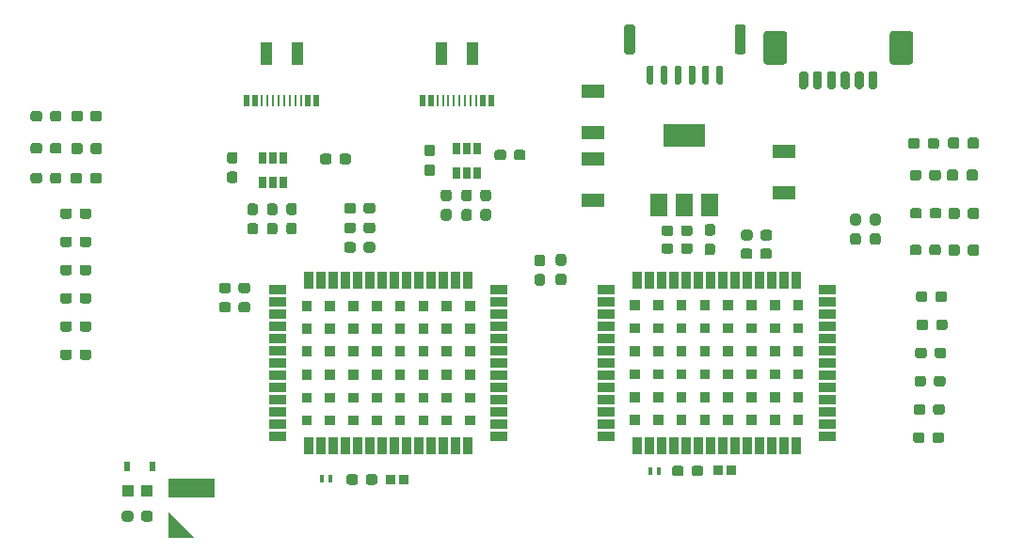
<source format=gbr>
%TF.GenerationSoftware,KiCad,Pcbnew,(5.1.6)-1*%
%TF.CreationDate,2020-10-07T18:58:12+07:00*%
%TF.ProjectId,ublox ZED-F9P (Full feature),75626c6f-7820-45a4-9544-2d4639502028,V1*%
%TF.SameCoordinates,Original*%
%TF.FileFunction,Paste,Top*%
%TF.FilePolarity,Positive*%
%FSLAX46Y46*%
G04 Gerber Fmt 4.6, Leading zero omitted, Abs format (unit mm)*
G04 Created by KiCad (PCBNEW (5.1.6)-1) date 2020-10-07 18:58:12*
%MOMM*%
%LPD*%
G01*
G04 APERTURE LIST*
%ADD10C,0.100000*%
%ADD11R,1.100000X1.000000*%
%ADD12R,2.000000X1.250000*%
%ADD13R,1.000000X2.000000*%
%ADD14R,0.270000X1.000000*%
%ADD15R,0.520000X1.000000*%
%ADD16R,0.650000X1.060000*%
%ADD17R,1.520000X0.850000*%
%ADD18R,0.850000X1.520000*%
%ADD19R,1.500000X2.000000*%
%ADD20R,3.800000X2.000000*%
%ADD21R,0.400000X0.700000*%
%ADD22R,0.630000X0.830000*%
%ADD23R,0.850000X0.900000*%
G04 APERTURE END LIST*
D10*
%TO.C,U4*%
G36*
X182904000Y-80375200D02*
G01*
X183804000Y-80375200D01*
X183804000Y-79475200D01*
X182904000Y-79475200D01*
X182904000Y-80375200D01*
G37*
G36*
X180804000Y-80375200D02*
G01*
X181704000Y-80375200D01*
X181704000Y-79475200D01*
X180804000Y-79475200D01*
X180804000Y-80375200D01*
G37*
G36*
X178704000Y-80375200D02*
G01*
X179604000Y-80375200D01*
X179604000Y-79475200D01*
X178704000Y-79475200D01*
X178704000Y-80375200D01*
G37*
G36*
X176604000Y-80375200D02*
G01*
X177504000Y-80375200D01*
X177504000Y-79475200D01*
X176604000Y-79475200D01*
X176604000Y-80375200D01*
G37*
G36*
X182904000Y-78325200D02*
G01*
X183804000Y-78325200D01*
X183804000Y-77425200D01*
X182904000Y-77425200D01*
X182904000Y-78325200D01*
G37*
G36*
X180804000Y-78325200D02*
G01*
X181704000Y-78325200D01*
X181704000Y-77425200D01*
X180804000Y-77425200D01*
X180804000Y-78325200D01*
G37*
G36*
X178704000Y-78325200D02*
G01*
X179604000Y-78325200D01*
X179604000Y-77425200D01*
X178704000Y-77425200D01*
X178704000Y-78325200D01*
G37*
G36*
X176604000Y-78325200D02*
G01*
X177504000Y-78325200D01*
X177504000Y-77425200D01*
X176604000Y-77425200D01*
X176604000Y-78325200D01*
G37*
G36*
X182904000Y-76275200D02*
G01*
X183804000Y-76275200D01*
X183804000Y-75375200D01*
X182904000Y-75375200D01*
X182904000Y-76275200D01*
G37*
G36*
X180804000Y-76275200D02*
G01*
X181704000Y-76275200D01*
X181704000Y-75375200D01*
X180804000Y-75375200D01*
X180804000Y-76275200D01*
G37*
G36*
X178704000Y-76275200D02*
G01*
X179604000Y-76275200D01*
X179604000Y-75375200D01*
X178704000Y-75375200D01*
X178704000Y-76275200D01*
G37*
G36*
X176604000Y-76275200D02*
G01*
X177504000Y-76275200D01*
X177504000Y-75375200D01*
X176604000Y-75375200D01*
X176604000Y-76275200D01*
G37*
G36*
X182904000Y-86575200D02*
G01*
X183804000Y-86575200D01*
X183804000Y-85675200D01*
X182904000Y-85675200D01*
X182904000Y-86575200D01*
G37*
G36*
X180804000Y-86575200D02*
G01*
X181704000Y-86575200D01*
X181704000Y-85675200D01*
X180804000Y-85675200D01*
X180804000Y-86575200D01*
G37*
G36*
X178704000Y-86575200D02*
G01*
X179604000Y-86575200D01*
X179604000Y-85675200D01*
X178704000Y-85675200D01*
X178704000Y-86575200D01*
G37*
G36*
X176604000Y-86575200D02*
G01*
X177504000Y-86575200D01*
X177504000Y-85675200D01*
X176604000Y-85675200D01*
X176604000Y-86575200D01*
G37*
G36*
X182904000Y-84525200D02*
G01*
X183804000Y-84525200D01*
X183804000Y-83625200D01*
X182904000Y-83625200D01*
X182904000Y-84525200D01*
G37*
G36*
X180804000Y-84525200D02*
G01*
X181704000Y-84525200D01*
X181704000Y-83625200D01*
X180804000Y-83625200D01*
X180804000Y-84525200D01*
G37*
G36*
X178704000Y-84525200D02*
G01*
X179604000Y-84525200D01*
X179604000Y-83625200D01*
X178704000Y-83625200D01*
X178704000Y-84525200D01*
G37*
G36*
X176604000Y-84525200D02*
G01*
X177504000Y-84525200D01*
X177504000Y-83625200D01*
X176604000Y-83625200D01*
X176604000Y-84525200D01*
G37*
G36*
X182904000Y-82475200D02*
G01*
X183804000Y-82475200D01*
X183804000Y-81575200D01*
X182904000Y-81575200D01*
X182904000Y-82475200D01*
G37*
G36*
X180804000Y-82475200D02*
G01*
X181704000Y-82475200D01*
X181704000Y-81575200D01*
X180804000Y-81575200D01*
X180804000Y-82475200D01*
G37*
G36*
X178704000Y-82475200D02*
G01*
X179604000Y-82475200D01*
X179604000Y-81575200D01*
X178704000Y-81575200D01*
X178704000Y-82475200D01*
G37*
G36*
X176604000Y-82475200D02*
G01*
X177504000Y-82475200D01*
X177504000Y-81575200D01*
X176604000Y-81575200D01*
X176604000Y-82475200D01*
G37*
G36*
X191304000Y-80375200D02*
G01*
X192204000Y-80375200D01*
X192204000Y-79475200D01*
X191304000Y-79475200D01*
X191304000Y-80375200D01*
G37*
G36*
X189204000Y-80375200D02*
G01*
X190104000Y-80375200D01*
X190104000Y-79475200D01*
X189204000Y-79475200D01*
X189204000Y-80375200D01*
G37*
G36*
X187104000Y-80375200D02*
G01*
X188004000Y-80375200D01*
X188004000Y-79475200D01*
X187104000Y-79475200D01*
X187104000Y-80375200D01*
G37*
G36*
X185004000Y-80375200D02*
G01*
X185904000Y-80375200D01*
X185904000Y-79475200D01*
X185004000Y-79475200D01*
X185004000Y-80375200D01*
G37*
G36*
X191304000Y-78325200D02*
G01*
X192204000Y-78325200D01*
X192204000Y-77425200D01*
X191304000Y-77425200D01*
X191304000Y-78325200D01*
G37*
G36*
X189204000Y-78325200D02*
G01*
X190104000Y-78325200D01*
X190104000Y-77425200D01*
X189204000Y-77425200D01*
X189204000Y-78325200D01*
G37*
G36*
X187104000Y-78325200D02*
G01*
X188004000Y-78325200D01*
X188004000Y-77425200D01*
X187104000Y-77425200D01*
X187104000Y-78325200D01*
G37*
G36*
X185004000Y-78325200D02*
G01*
X185904000Y-78325200D01*
X185904000Y-77425200D01*
X185004000Y-77425200D01*
X185004000Y-78325200D01*
G37*
G36*
X191304000Y-76275200D02*
G01*
X192204000Y-76275200D01*
X192204000Y-75375200D01*
X191304000Y-75375200D01*
X191304000Y-76275200D01*
G37*
G36*
X189204000Y-76275200D02*
G01*
X190104000Y-76275200D01*
X190104000Y-75375200D01*
X189204000Y-75375200D01*
X189204000Y-76275200D01*
G37*
G36*
X187104000Y-76275200D02*
G01*
X188004000Y-76275200D01*
X188004000Y-75375200D01*
X187104000Y-75375200D01*
X187104000Y-76275200D01*
G37*
G36*
X185004000Y-76275200D02*
G01*
X185904000Y-76275200D01*
X185904000Y-75375200D01*
X185004000Y-75375200D01*
X185004000Y-76275200D01*
G37*
G36*
X191304000Y-86575200D02*
G01*
X192204000Y-86575200D01*
X192204000Y-85675200D01*
X191304000Y-85675200D01*
X191304000Y-86575200D01*
G37*
G36*
X189204000Y-86575200D02*
G01*
X190104000Y-86575200D01*
X190104000Y-85675200D01*
X189204000Y-85675200D01*
X189204000Y-86575200D01*
G37*
G36*
X187104000Y-86575200D02*
G01*
X188004000Y-86575200D01*
X188004000Y-85675200D01*
X187104000Y-85675200D01*
X187104000Y-86575200D01*
G37*
G36*
X185004000Y-86575200D02*
G01*
X185904000Y-86575200D01*
X185904000Y-85675200D01*
X185004000Y-85675200D01*
X185004000Y-86575200D01*
G37*
G36*
X191304000Y-84525200D02*
G01*
X192204000Y-84525200D01*
X192204000Y-83625200D01*
X191304000Y-83625200D01*
X191304000Y-84525200D01*
G37*
G36*
X189204000Y-84525200D02*
G01*
X190104000Y-84525200D01*
X190104000Y-83625200D01*
X189204000Y-83625200D01*
X189204000Y-84525200D01*
G37*
G36*
X187104000Y-84525200D02*
G01*
X188004000Y-84525200D01*
X188004000Y-83625200D01*
X187104000Y-83625200D01*
X187104000Y-84525200D01*
G37*
G36*
X185004000Y-84525200D02*
G01*
X185904000Y-84525200D01*
X185904000Y-83625200D01*
X185004000Y-83625200D01*
X185004000Y-84525200D01*
G37*
G36*
X191304000Y-82475200D02*
G01*
X192204000Y-82475200D01*
X192204000Y-81575200D01*
X191304000Y-81575200D01*
X191304000Y-82475200D01*
G37*
G36*
X189204000Y-82475200D02*
G01*
X190104000Y-82475200D01*
X190104000Y-81575200D01*
X189204000Y-81575200D01*
X189204000Y-82475200D01*
G37*
G36*
X187104000Y-82475200D02*
G01*
X188004000Y-82475200D01*
X188004000Y-81575200D01*
X187104000Y-81575200D01*
X187104000Y-82475200D01*
G37*
G36*
X185004000Y-82475200D02*
G01*
X185904000Y-82475200D01*
X185904000Y-81575200D01*
X185004000Y-81575200D01*
X185004000Y-82475200D01*
G37*
%TO.C,BT1*%
G36*
X139277600Y-91412500D02*
G01*
X135077600Y-91412500D01*
X135077600Y-93112500D01*
X139277600Y-93112500D01*
X139277600Y-91412500D01*
G37*
G36*
X137497600Y-96792500D02*
G01*
X135097600Y-96792500D01*
X135097600Y-94392500D01*
X137497600Y-96792500D01*
G37*
%TO.C,U3*%
G36*
X153389200Y-80426000D02*
G01*
X154289200Y-80426000D01*
X154289200Y-79526000D01*
X153389200Y-79526000D01*
X153389200Y-80426000D01*
G37*
G36*
X151289200Y-80426000D02*
G01*
X152189200Y-80426000D01*
X152189200Y-79526000D01*
X151289200Y-79526000D01*
X151289200Y-80426000D01*
G37*
G36*
X149189200Y-80426000D02*
G01*
X150089200Y-80426000D01*
X150089200Y-79526000D01*
X149189200Y-79526000D01*
X149189200Y-80426000D01*
G37*
G36*
X147089200Y-80426000D02*
G01*
X147989200Y-80426000D01*
X147989200Y-79526000D01*
X147089200Y-79526000D01*
X147089200Y-80426000D01*
G37*
G36*
X153389200Y-78376000D02*
G01*
X154289200Y-78376000D01*
X154289200Y-77476000D01*
X153389200Y-77476000D01*
X153389200Y-78376000D01*
G37*
G36*
X151289200Y-78376000D02*
G01*
X152189200Y-78376000D01*
X152189200Y-77476000D01*
X151289200Y-77476000D01*
X151289200Y-78376000D01*
G37*
G36*
X149189200Y-78376000D02*
G01*
X150089200Y-78376000D01*
X150089200Y-77476000D01*
X149189200Y-77476000D01*
X149189200Y-78376000D01*
G37*
G36*
X147089200Y-78376000D02*
G01*
X147989200Y-78376000D01*
X147989200Y-77476000D01*
X147089200Y-77476000D01*
X147089200Y-78376000D01*
G37*
G36*
X153389200Y-76326000D02*
G01*
X154289200Y-76326000D01*
X154289200Y-75426000D01*
X153389200Y-75426000D01*
X153389200Y-76326000D01*
G37*
G36*
X151289200Y-76326000D02*
G01*
X152189200Y-76326000D01*
X152189200Y-75426000D01*
X151289200Y-75426000D01*
X151289200Y-76326000D01*
G37*
G36*
X149189200Y-76326000D02*
G01*
X150089200Y-76326000D01*
X150089200Y-75426000D01*
X149189200Y-75426000D01*
X149189200Y-76326000D01*
G37*
G36*
X147089200Y-76326000D02*
G01*
X147989200Y-76326000D01*
X147989200Y-75426000D01*
X147089200Y-75426000D01*
X147089200Y-76326000D01*
G37*
G36*
X153389200Y-86626000D02*
G01*
X154289200Y-86626000D01*
X154289200Y-85726000D01*
X153389200Y-85726000D01*
X153389200Y-86626000D01*
G37*
G36*
X151289200Y-86626000D02*
G01*
X152189200Y-86626000D01*
X152189200Y-85726000D01*
X151289200Y-85726000D01*
X151289200Y-86626000D01*
G37*
G36*
X149189200Y-86626000D02*
G01*
X150089200Y-86626000D01*
X150089200Y-85726000D01*
X149189200Y-85726000D01*
X149189200Y-86626000D01*
G37*
G36*
X147089200Y-86626000D02*
G01*
X147989200Y-86626000D01*
X147989200Y-85726000D01*
X147089200Y-85726000D01*
X147089200Y-86626000D01*
G37*
G36*
X153389200Y-84576000D02*
G01*
X154289200Y-84576000D01*
X154289200Y-83676000D01*
X153389200Y-83676000D01*
X153389200Y-84576000D01*
G37*
G36*
X151289200Y-84576000D02*
G01*
X152189200Y-84576000D01*
X152189200Y-83676000D01*
X151289200Y-83676000D01*
X151289200Y-84576000D01*
G37*
G36*
X149189200Y-84576000D02*
G01*
X150089200Y-84576000D01*
X150089200Y-83676000D01*
X149189200Y-83676000D01*
X149189200Y-84576000D01*
G37*
G36*
X147089200Y-84576000D02*
G01*
X147989200Y-84576000D01*
X147989200Y-83676000D01*
X147089200Y-83676000D01*
X147089200Y-84576000D01*
G37*
G36*
X153389200Y-82526000D02*
G01*
X154289200Y-82526000D01*
X154289200Y-81626000D01*
X153389200Y-81626000D01*
X153389200Y-82526000D01*
G37*
G36*
X151289200Y-82526000D02*
G01*
X152189200Y-82526000D01*
X152189200Y-81626000D01*
X151289200Y-81626000D01*
X151289200Y-82526000D01*
G37*
G36*
X149189200Y-82526000D02*
G01*
X150089200Y-82526000D01*
X150089200Y-81626000D01*
X149189200Y-81626000D01*
X149189200Y-82526000D01*
G37*
G36*
X147089200Y-82526000D02*
G01*
X147989200Y-82526000D01*
X147989200Y-81626000D01*
X147089200Y-81626000D01*
X147089200Y-82526000D01*
G37*
G36*
X161789200Y-80426000D02*
G01*
X162689200Y-80426000D01*
X162689200Y-79526000D01*
X161789200Y-79526000D01*
X161789200Y-80426000D01*
G37*
G36*
X159689200Y-80426000D02*
G01*
X160589200Y-80426000D01*
X160589200Y-79526000D01*
X159689200Y-79526000D01*
X159689200Y-80426000D01*
G37*
G36*
X157589200Y-80426000D02*
G01*
X158489200Y-80426000D01*
X158489200Y-79526000D01*
X157589200Y-79526000D01*
X157589200Y-80426000D01*
G37*
G36*
X155489200Y-80426000D02*
G01*
X156389200Y-80426000D01*
X156389200Y-79526000D01*
X155489200Y-79526000D01*
X155489200Y-80426000D01*
G37*
G36*
X161789200Y-78376000D02*
G01*
X162689200Y-78376000D01*
X162689200Y-77476000D01*
X161789200Y-77476000D01*
X161789200Y-78376000D01*
G37*
G36*
X159689200Y-78376000D02*
G01*
X160589200Y-78376000D01*
X160589200Y-77476000D01*
X159689200Y-77476000D01*
X159689200Y-78376000D01*
G37*
G36*
X157589200Y-78376000D02*
G01*
X158489200Y-78376000D01*
X158489200Y-77476000D01*
X157589200Y-77476000D01*
X157589200Y-78376000D01*
G37*
G36*
X155489200Y-78376000D02*
G01*
X156389200Y-78376000D01*
X156389200Y-77476000D01*
X155489200Y-77476000D01*
X155489200Y-78376000D01*
G37*
G36*
X161789200Y-76326000D02*
G01*
X162689200Y-76326000D01*
X162689200Y-75426000D01*
X161789200Y-75426000D01*
X161789200Y-76326000D01*
G37*
G36*
X159689200Y-76326000D02*
G01*
X160589200Y-76326000D01*
X160589200Y-75426000D01*
X159689200Y-75426000D01*
X159689200Y-76326000D01*
G37*
G36*
X157589200Y-76326000D02*
G01*
X158489200Y-76326000D01*
X158489200Y-75426000D01*
X157589200Y-75426000D01*
X157589200Y-76326000D01*
G37*
G36*
X155489200Y-76326000D02*
G01*
X156389200Y-76326000D01*
X156389200Y-75426000D01*
X155489200Y-75426000D01*
X155489200Y-76326000D01*
G37*
G36*
X161789200Y-86626000D02*
G01*
X162689200Y-86626000D01*
X162689200Y-85726000D01*
X161789200Y-85726000D01*
X161789200Y-86626000D01*
G37*
G36*
X159689200Y-86626000D02*
G01*
X160589200Y-86626000D01*
X160589200Y-85726000D01*
X159689200Y-85726000D01*
X159689200Y-86626000D01*
G37*
G36*
X157589200Y-86626000D02*
G01*
X158489200Y-86626000D01*
X158489200Y-85726000D01*
X157589200Y-85726000D01*
X157589200Y-86626000D01*
G37*
G36*
X155489200Y-86626000D02*
G01*
X156389200Y-86626000D01*
X156389200Y-85726000D01*
X155489200Y-85726000D01*
X155489200Y-86626000D01*
G37*
G36*
X161789200Y-84576000D02*
G01*
X162689200Y-84576000D01*
X162689200Y-83676000D01*
X161789200Y-83676000D01*
X161789200Y-84576000D01*
G37*
G36*
X159689200Y-84576000D02*
G01*
X160589200Y-84576000D01*
X160589200Y-83676000D01*
X159689200Y-83676000D01*
X159689200Y-84576000D01*
G37*
G36*
X157589200Y-84576000D02*
G01*
X158489200Y-84576000D01*
X158489200Y-83676000D01*
X157589200Y-83676000D01*
X157589200Y-84576000D01*
G37*
G36*
X155489200Y-84576000D02*
G01*
X156389200Y-84576000D01*
X156389200Y-83676000D01*
X155489200Y-83676000D01*
X155489200Y-84576000D01*
G37*
G36*
X161789200Y-82526000D02*
G01*
X162689200Y-82526000D01*
X162689200Y-81626000D01*
X161789200Y-81626000D01*
X161789200Y-82526000D01*
G37*
G36*
X159689200Y-82526000D02*
G01*
X160589200Y-82526000D01*
X160589200Y-81626000D01*
X159689200Y-81626000D01*
X159689200Y-82526000D01*
G37*
G36*
X157589200Y-82526000D02*
G01*
X158489200Y-82526000D01*
X158489200Y-81626000D01*
X157589200Y-81626000D01*
X157589200Y-82526000D01*
G37*
G36*
X155489200Y-82526000D02*
G01*
X156389200Y-82526000D01*
X156389200Y-81626000D01*
X155489200Y-81626000D01*
X155489200Y-82526000D01*
G37*
%TD*%
D11*
%TO.C,R5*%
X131437200Y-92516500D03*
X133137200Y-92516500D03*
%TD*%
%TO.C,R14*%
G36*
G01*
X152850000Y-91737500D02*
X152850000Y-91262500D01*
G75*
G02*
X153087500Y-91025000I237500J0D01*
G01*
X153662500Y-91025000D01*
G75*
G02*
X153900000Y-91262500I0J-237500D01*
G01*
X153900000Y-91737500D01*
G75*
G02*
X153662500Y-91975000I-237500J0D01*
G01*
X153087500Y-91975000D01*
G75*
G02*
X152850000Y-91737500I0J237500D01*
G01*
G37*
G36*
G01*
X151100000Y-91737500D02*
X151100000Y-91262500D01*
G75*
G02*
X151337500Y-91025000I237500J0D01*
G01*
X151912500Y-91025000D01*
G75*
G02*
X152150000Y-91262500I0J-237500D01*
G01*
X152150000Y-91737500D01*
G75*
G02*
X151912500Y-91975000I-237500J0D01*
G01*
X151337500Y-91975000D01*
G75*
G02*
X151100000Y-91737500I0J237500D01*
G01*
G37*
%TD*%
%TO.C,R7*%
G36*
G01*
X182150000Y-90962500D02*
X182150000Y-90487500D01*
G75*
G02*
X182387500Y-90250000I237500J0D01*
G01*
X182962500Y-90250000D01*
G75*
G02*
X183200000Y-90487500I0J-237500D01*
G01*
X183200000Y-90962500D01*
G75*
G02*
X182962500Y-91200000I-237500J0D01*
G01*
X182387500Y-91200000D01*
G75*
G02*
X182150000Y-90962500I0J237500D01*
G01*
G37*
G36*
G01*
X180400000Y-90962500D02*
X180400000Y-90487500D01*
G75*
G02*
X180637500Y-90250000I237500J0D01*
G01*
X181212500Y-90250000D01*
G75*
G02*
X181450000Y-90487500I0J-237500D01*
G01*
X181450000Y-90962500D01*
G75*
G02*
X181212500Y-91200000I-237500J0D01*
G01*
X180637500Y-91200000D01*
G75*
G02*
X180400000Y-90962500I0J237500D01*
G01*
G37*
%TD*%
%TO.C,R27*%
G36*
G01*
X181200000Y-70937500D02*
X181200000Y-70462500D01*
G75*
G02*
X181437500Y-70225000I237500J0D01*
G01*
X182012500Y-70225000D01*
G75*
G02*
X182250000Y-70462500I0J-237500D01*
G01*
X182250000Y-70937500D01*
G75*
G02*
X182012500Y-71175000I-237500J0D01*
G01*
X181437500Y-71175000D01*
G75*
G02*
X181200000Y-70937500I0J237500D01*
G01*
G37*
G36*
G01*
X179450000Y-70937500D02*
X179450000Y-70462500D01*
G75*
G02*
X179687500Y-70225000I237500J0D01*
G01*
X180262500Y-70225000D01*
G75*
G02*
X180500000Y-70462500I0J-237500D01*
G01*
X180500000Y-70937500D01*
G75*
G02*
X180262500Y-71175000I-237500J0D01*
G01*
X179687500Y-71175000D01*
G75*
G02*
X179450000Y-70937500I0J237500D01*
G01*
G37*
%TD*%
%TO.C,C11*%
G36*
G01*
X187651200Y-69260900D02*
X187651200Y-69735900D01*
G75*
G02*
X187413700Y-69973400I-237500J0D01*
G01*
X186838700Y-69973400D01*
G75*
G02*
X186601200Y-69735900I0J237500D01*
G01*
X186601200Y-69260900D01*
G75*
G02*
X186838700Y-69023400I237500J0D01*
G01*
X187413700Y-69023400D01*
G75*
G02*
X187651200Y-69260900I0J-237500D01*
G01*
G37*
G36*
G01*
X189401200Y-69260900D02*
X189401200Y-69735900D01*
G75*
G02*
X189163700Y-69973400I-237500J0D01*
G01*
X188588700Y-69973400D01*
G75*
G02*
X188351200Y-69735900I0J237500D01*
G01*
X188351200Y-69260900D01*
G75*
G02*
X188588700Y-69023400I237500J0D01*
G01*
X189163700Y-69023400D01*
G75*
G02*
X189401200Y-69260900I0J-237500D01*
G01*
G37*
%TD*%
%TO.C,C10*%
G36*
G01*
X188327600Y-71412300D02*
X188327600Y-70937300D01*
G75*
G02*
X188565100Y-70699800I237500J0D01*
G01*
X189140100Y-70699800D01*
G75*
G02*
X189377600Y-70937300I0J-237500D01*
G01*
X189377600Y-71412300D01*
G75*
G02*
X189140100Y-71649800I-237500J0D01*
G01*
X188565100Y-71649800D01*
G75*
G02*
X188327600Y-71412300I0J237500D01*
G01*
G37*
G36*
G01*
X186577600Y-71412300D02*
X186577600Y-70937300D01*
G75*
G02*
X186815100Y-70699800I237500J0D01*
G01*
X187390100Y-70699800D01*
G75*
G02*
X187627600Y-70937300I0J-237500D01*
G01*
X187627600Y-71412300D01*
G75*
G02*
X187390100Y-71649800I-237500J0D01*
G01*
X186815100Y-71649800D01*
G75*
G02*
X186577600Y-71412300I0J237500D01*
G01*
G37*
%TD*%
%TO.C,C5*%
G36*
G01*
X184037500Y-69550000D02*
X183562500Y-69550000D01*
G75*
G02*
X183325000Y-69312500I0J237500D01*
G01*
X183325000Y-68737500D01*
G75*
G02*
X183562500Y-68500000I237500J0D01*
G01*
X184037500Y-68500000D01*
G75*
G02*
X184275000Y-68737500I0J-237500D01*
G01*
X184275000Y-69312500D01*
G75*
G02*
X184037500Y-69550000I-237500J0D01*
G01*
G37*
G36*
G01*
X184037500Y-71300000D02*
X183562500Y-71300000D01*
G75*
G02*
X183325000Y-71062500I0J237500D01*
G01*
X183325000Y-70487500D01*
G75*
G02*
X183562500Y-70250000I237500J0D01*
G01*
X184037500Y-70250000D01*
G75*
G02*
X184275000Y-70487500I0J-237500D01*
G01*
X184275000Y-71062500D01*
G75*
G02*
X184037500Y-71300000I-237500J0D01*
G01*
G37*
%TD*%
%TO.C,C4*%
G36*
G01*
X181200000Y-69337500D02*
X181200000Y-68862500D01*
G75*
G02*
X181437500Y-68625000I237500J0D01*
G01*
X182012500Y-68625000D01*
G75*
G02*
X182250000Y-68862500I0J-237500D01*
G01*
X182250000Y-69337500D01*
G75*
G02*
X182012500Y-69575000I-237500J0D01*
G01*
X181437500Y-69575000D01*
G75*
G02*
X181200000Y-69337500I0J237500D01*
G01*
G37*
G36*
G01*
X179450000Y-69337500D02*
X179450000Y-68862500D01*
G75*
G02*
X179687500Y-68625000I237500J0D01*
G01*
X180262500Y-68625000D01*
G75*
G02*
X180500000Y-68862500I0J-237500D01*
G01*
X180500000Y-69337500D01*
G75*
G02*
X180262500Y-69575000I-237500J0D01*
G01*
X179687500Y-69575000D01*
G75*
G02*
X179450000Y-69337500I0J237500D01*
G01*
G37*
%TD*%
%TO.C,C3*%
G36*
G01*
X131937200Y-94565000D02*
X131937200Y-95040000D01*
G75*
G02*
X131699700Y-95277500I-237500J0D01*
G01*
X131124700Y-95277500D01*
G75*
G02*
X130887200Y-95040000I0J237500D01*
G01*
X130887200Y-94565000D01*
G75*
G02*
X131124700Y-94327500I237500J0D01*
G01*
X131699700Y-94327500D01*
G75*
G02*
X131937200Y-94565000I0J-237500D01*
G01*
G37*
G36*
G01*
X133687200Y-94565000D02*
X133687200Y-95040000D01*
G75*
G02*
X133449700Y-95277500I-237500J0D01*
G01*
X132874700Y-95277500D01*
G75*
G02*
X132637200Y-95040000I0J237500D01*
G01*
X132637200Y-94565000D01*
G75*
G02*
X132874700Y-94327500I237500J0D01*
G01*
X133449700Y-94327500D01*
G75*
G02*
X133687200Y-94565000I0J-237500D01*
G01*
G37*
%TD*%
%TO.C,R13*%
G36*
G01*
X123737200Y-58551900D02*
X123737200Y-59026900D01*
G75*
G02*
X123499700Y-59264400I-237500J0D01*
G01*
X122924700Y-59264400D01*
G75*
G02*
X122687200Y-59026900I0J237500D01*
G01*
X122687200Y-58551900D01*
G75*
G02*
X122924700Y-58314400I237500J0D01*
G01*
X123499700Y-58314400D01*
G75*
G02*
X123737200Y-58551900I0J-237500D01*
G01*
G37*
G36*
G01*
X125487200Y-58551900D02*
X125487200Y-59026900D01*
G75*
G02*
X125249700Y-59264400I-237500J0D01*
G01*
X124674700Y-59264400D01*
G75*
G02*
X124437200Y-59026900I0J237500D01*
G01*
X124437200Y-58551900D01*
G75*
G02*
X124674700Y-58314400I237500J0D01*
G01*
X125249700Y-58314400D01*
G75*
G02*
X125487200Y-58551900I0J-237500D01*
G01*
G37*
%TD*%
%TO.C,R12*%
G36*
G01*
X123737200Y-61441100D02*
X123737200Y-61916100D01*
G75*
G02*
X123499700Y-62153600I-237500J0D01*
G01*
X122924700Y-62153600D01*
G75*
G02*
X122687200Y-61916100I0J237500D01*
G01*
X122687200Y-61441100D01*
G75*
G02*
X122924700Y-61203600I237500J0D01*
G01*
X123499700Y-61203600D01*
G75*
G02*
X123737200Y-61441100I0J-237500D01*
G01*
G37*
G36*
G01*
X125487200Y-61441100D02*
X125487200Y-61916100D01*
G75*
G02*
X125249700Y-62153600I-237500J0D01*
G01*
X124674700Y-62153600D01*
G75*
G02*
X124437200Y-61916100I0J237500D01*
G01*
X124437200Y-61441100D01*
G75*
G02*
X124674700Y-61203600I237500J0D01*
G01*
X125249700Y-61203600D01*
G75*
G02*
X125487200Y-61441100I0J-237500D01*
G01*
G37*
%TD*%
%TO.C,R11*%
G36*
G01*
X123737200Y-64131100D02*
X123737200Y-64606100D01*
G75*
G02*
X123499700Y-64843600I-237500J0D01*
G01*
X122924700Y-64843600D01*
G75*
G02*
X122687200Y-64606100I0J237500D01*
G01*
X122687200Y-64131100D01*
G75*
G02*
X122924700Y-63893600I237500J0D01*
G01*
X123499700Y-63893600D01*
G75*
G02*
X123737200Y-64131100I0J-237500D01*
G01*
G37*
G36*
G01*
X125487200Y-64131100D02*
X125487200Y-64606100D01*
G75*
G02*
X125249700Y-64843600I-237500J0D01*
G01*
X124674700Y-64843600D01*
G75*
G02*
X124437200Y-64606100I0J237500D01*
G01*
X124437200Y-64131100D01*
G75*
G02*
X124674700Y-63893600I237500J0D01*
G01*
X125249700Y-63893600D01*
G75*
G02*
X125487200Y-64131100I0J-237500D01*
G01*
G37*
%TD*%
%TO.C,R21*%
G36*
G01*
X126409600Y-72406500D02*
X126409600Y-72881500D01*
G75*
G02*
X126172100Y-73119000I-237500J0D01*
G01*
X125597100Y-73119000D01*
G75*
G02*
X125359600Y-72881500I0J237500D01*
G01*
X125359600Y-72406500D01*
G75*
G02*
X125597100Y-72169000I237500J0D01*
G01*
X126172100Y-72169000D01*
G75*
G02*
X126409600Y-72406500I0J-237500D01*
G01*
G37*
G36*
G01*
X128159600Y-72406500D02*
X128159600Y-72881500D01*
G75*
G02*
X127922100Y-73119000I-237500J0D01*
G01*
X127347100Y-73119000D01*
G75*
G02*
X127109600Y-72881500I0J237500D01*
G01*
X127109600Y-72406500D01*
G75*
G02*
X127347100Y-72169000I237500J0D01*
G01*
X127922100Y-72169000D01*
G75*
G02*
X128159600Y-72406500I0J-237500D01*
G01*
G37*
%TD*%
%TO.C,R20*%
G36*
G01*
X126409600Y-77486500D02*
X126409600Y-77961500D01*
G75*
G02*
X126172100Y-78199000I-237500J0D01*
G01*
X125597100Y-78199000D01*
G75*
G02*
X125359600Y-77961500I0J237500D01*
G01*
X125359600Y-77486500D01*
G75*
G02*
X125597100Y-77249000I237500J0D01*
G01*
X126172100Y-77249000D01*
G75*
G02*
X126409600Y-77486500I0J-237500D01*
G01*
G37*
G36*
G01*
X128159600Y-77486500D02*
X128159600Y-77961500D01*
G75*
G02*
X127922100Y-78199000I-237500J0D01*
G01*
X127347100Y-78199000D01*
G75*
G02*
X127109600Y-77961500I0J237500D01*
G01*
X127109600Y-77486500D01*
G75*
G02*
X127347100Y-77249000I237500J0D01*
G01*
X127922100Y-77249000D01*
G75*
G02*
X128159600Y-77486500I0J-237500D01*
G01*
G37*
%TD*%
%TO.C,R19*%
G36*
G01*
X126409600Y-74946500D02*
X126409600Y-75421500D01*
G75*
G02*
X126172100Y-75659000I-237500J0D01*
G01*
X125597100Y-75659000D01*
G75*
G02*
X125359600Y-75421500I0J237500D01*
G01*
X125359600Y-74946500D01*
G75*
G02*
X125597100Y-74709000I237500J0D01*
G01*
X126172100Y-74709000D01*
G75*
G02*
X126409600Y-74946500I0J-237500D01*
G01*
G37*
G36*
G01*
X128159600Y-74946500D02*
X128159600Y-75421500D01*
G75*
G02*
X127922100Y-75659000I-237500J0D01*
G01*
X127347100Y-75659000D01*
G75*
G02*
X127109600Y-75421500I0J237500D01*
G01*
X127109600Y-74946500D01*
G75*
G02*
X127347100Y-74709000I237500J0D01*
G01*
X127922100Y-74709000D01*
G75*
G02*
X128159600Y-74946500I0J-237500D01*
G01*
G37*
%TD*%
%TO.C,R18*%
G36*
G01*
X126409600Y-80026500D02*
X126409600Y-80501500D01*
G75*
G02*
X126172100Y-80739000I-237500J0D01*
G01*
X125597100Y-80739000D01*
G75*
G02*
X125359600Y-80501500I0J237500D01*
G01*
X125359600Y-80026500D01*
G75*
G02*
X125597100Y-79789000I237500J0D01*
G01*
X126172100Y-79789000D01*
G75*
G02*
X126409600Y-80026500I0J-237500D01*
G01*
G37*
G36*
G01*
X128159600Y-80026500D02*
X128159600Y-80501500D01*
G75*
G02*
X127922100Y-80739000I-237500J0D01*
G01*
X127347100Y-80739000D01*
G75*
G02*
X127109600Y-80501500I0J237500D01*
G01*
X127109600Y-80026500D01*
G75*
G02*
X127347100Y-79789000I237500J0D01*
G01*
X127922100Y-79789000D01*
G75*
G02*
X128159600Y-80026500I0J-237500D01*
G01*
G37*
%TD*%
%TO.C,R6*%
G36*
G01*
X198916300Y-68622800D02*
X198441300Y-68622800D01*
G75*
G02*
X198203800Y-68385300I0J237500D01*
G01*
X198203800Y-67810300D01*
G75*
G02*
X198441300Y-67572800I237500J0D01*
G01*
X198916300Y-67572800D01*
G75*
G02*
X199153800Y-67810300I0J-237500D01*
G01*
X199153800Y-68385300D01*
G75*
G02*
X198916300Y-68622800I-237500J0D01*
G01*
G37*
G36*
G01*
X198916300Y-70372800D02*
X198441300Y-70372800D01*
G75*
G02*
X198203800Y-70135300I0J237500D01*
G01*
X198203800Y-69560300D01*
G75*
G02*
X198441300Y-69322800I237500J0D01*
G01*
X198916300Y-69322800D01*
G75*
G02*
X199153800Y-69560300I0J-237500D01*
G01*
X199153800Y-70135300D01*
G75*
G02*
X198916300Y-70372800I-237500J0D01*
G01*
G37*
%TD*%
%TO.C,R4*%
G36*
G01*
X197138300Y-68622800D02*
X196663300Y-68622800D01*
G75*
G02*
X196425800Y-68385300I0J237500D01*
G01*
X196425800Y-67810300D01*
G75*
G02*
X196663300Y-67572800I237500J0D01*
G01*
X197138300Y-67572800D01*
G75*
G02*
X197375800Y-67810300I0J-237500D01*
G01*
X197375800Y-68385300D01*
G75*
G02*
X197138300Y-68622800I-237500J0D01*
G01*
G37*
G36*
G01*
X197138300Y-70372800D02*
X196663300Y-70372800D01*
G75*
G02*
X196425800Y-70135300I0J237500D01*
G01*
X196425800Y-69560300D01*
G75*
G02*
X196663300Y-69322800I237500J0D01*
G01*
X197138300Y-69322800D01*
G75*
G02*
X197375800Y-69560300I0J-237500D01*
G01*
X197375800Y-70135300D01*
G75*
G02*
X197138300Y-70372800I-237500J0D01*
G01*
G37*
%TD*%
%TO.C,C6*%
G36*
G01*
X144187500Y-68400000D02*
X144662500Y-68400000D01*
G75*
G02*
X144900000Y-68637500I0J-237500D01*
G01*
X144900000Y-69212500D01*
G75*
G02*
X144662500Y-69450000I-237500J0D01*
G01*
X144187500Y-69450000D01*
G75*
G02*
X143950000Y-69212500I0J237500D01*
G01*
X143950000Y-68637500D01*
G75*
G02*
X144187500Y-68400000I237500J0D01*
G01*
G37*
G36*
G01*
X144187500Y-66650000D02*
X144662500Y-66650000D01*
G75*
G02*
X144900000Y-66887500I0J-237500D01*
G01*
X144900000Y-67462500D01*
G75*
G02*
X144662500Y-67700000I-237500J0D01*
G01*
X144187500Y-67700000D01*
G75*
G02*
X143950000Y-67462500I0J237500D01*
G01*
X143950000Y-66887500D01*
G75*
G02*
X144187500Y-66650000I237500J0D01*
G01*
G37*
%TD*%
%TO.C,R32*%
G36*
G01*
X203883280Y-85429100D02*
X203883280Y-84954100D01*
G75*
G02*
X204120780Y-84716600I237500J0D01*
G01*
X204695780Y-84716600D01*
G75*
G02*
X204933280Y-84954100I0J-237500D01*
G01*
X204933280Y-85429100D01*
G75*
G02*
X204695780Y-85666600I-237500J0D01*
G01*
X204120780Y-85666600D01*
G75*
G02*
X203883280Y-85429100I0J237500D01*
G01*
G37*
G36*
G01*
X202133280Y-85429100D02*
X202133280Y-84954100D01*
G75*
G02*
X202370780Y-84716600I237500J0D01*
G01*
X202945780Y-84716600D01*
G75*
G02*
X203183280Y-84954100I0J-237500D01*
G01*
X203183280Y-85429100D01*
G75*
G02*
X202945780Y-85666600I-237500J0D01*
G01*
X202370780Y-85666600D01*
G75*
G02*
X202133280Y-85429100I0J237500D01*
G01*
G37*
%TD*%
%TO.C,R8*%
G36*
G01*
X159846000Y-67138000D02*
X160321000Y-67138000D01*
G75*
G02*
X160558500Y-67375500I0J-237500D01*
G01*
X160558500Y-67950500D01*
G75*
G02*
X160321000Y-68188000I-237500J0D01*
G01*
X159846000Y-68188000D01*
G75*
G02*
X159608500Y-67950500I0J237500D01*
G01*
X159608500Y-67375500D01*
G75*
G02*
X159846000Y-67138000I237500J0D01*
G01*
G37*
G36*
G01*
X159846000Y-65388000D02*
X160321000Y-65388000D01*
G75*
G02*
X160558500Y-65625500I0J-237500D01*
G01*
X160558500Y-66200500D01*
G75*
G02*
X160321000Y-66438000I-237500J0D01*
G01*
X159846000Y-66438000D01*
G75*
G02*
X159608500Y-66200500I0J237500D01*
G01*
X159608500Y-65625500D01*
G75*
G02*
X159846000Y-65388000I237500J0D01*
G01*
G37*
%TD*%
%TO.C,R25*%
G36*
G01*
X126409600Y-67326500D02*
X126409600Y-67801500D01*
G75*
G02*
X126172100Y-68039000I-237500J0D01*
G01*
X125597100Y-68039000D01*
G75*
G02*
X125359600Y-67801500I0J237500D01*
G01*
X125359600Y-67326500D01*
G75*
G02*
X125597100Y-67089000I237500J0D01*
G01*
X126172100Y-67089000D01*
G75*
G02*
X126409600Y-67326500I0J-237500D01*
G01*
G37*
G36*
G01*
X128159600Y-67326500D02*
X128159600Y-67801500D01*
G75*
G02*
X127922100Y-68039000I-237500J0D01*
G01*
X127347100Y-68039000D01*
G75*
G02*
X127109600Y-67801500I0J237500D01*
G01*
X127109600Y-67326500D01*
G75*
G02*
X127347100Y-67089000I237500J0D01*
G01*
X127922100Y-67089000D01*
G75*
G02*
X128159600Y-67326500I0J-237500D01*
G01*
G37*
%TD*%
%TO.C,R24*%
G36*
G01*
X126409600Y-69866500D02*
X126409600Y-70341500D01*
G75*
G02*
X126172100Y-70579000I-237500J0D01*
G01*
X125597100Y-70579000D01*
G75*
G02*
X125359600Y-70341500I0J237500D01*
G01*
X125359600Y-69866500D01*
G75*
G02*
X125597100Y-69629000I237500J0D01*
G01*
X126172100Y-69629000D01*
G75*
G02*
X126409600Y-69866500I0J-237500D01*
G01*
G37*
G36*
G01*
X128159600Y-69866500D02*
X128159600Y-70341500D01*
G75*
G02*
X127922100Y-70579000I-237500J0D01*
G01*
X127347100Y-70579000D01*
G75*
G02*
X127109600Y-70341500I0J237500D01*
G01*
X127109600Y-69866500D01*
G75*
G02*
X127347100Y-69629000I237500J0D01*
G01*
X127922100Y-69629000D01*
G75*
G02*
X128159600Y-69866500I0J-237500D01*
G01*
G37*
%TD*%
%TO.C,R33*%
G36*
G01*
X204014640Y-80349100D02*
X204014640Y-79874100D01*
G75*
G02*
X204252140Y-79636600I237500J0D01*
G01*
X204827140Y-79636600D01*
G75*
G02*
X205064640Y-79874100I0J-237500D01*
G01*
X205064640Y-80349100D01*
G75*
G02*
X204827140Y-80586600I-237500J0D01*
G01*
X204252140Y-80586600D01*
G75*
G02*
X204014640Y-80349100I0J237500D01*
G01*
G37*
G36*
G01*
X202264640Y-80349100D02*
X202264640Y-79874100D01*
G75*
G02*
X202502140Y-79636600I237500J0D01*
G01*
X203077140Y-79636600D01*
G75*
G02*
X203314640Y-79874100I0J-237500D01*
G01*
X203314640Y-80349100D01*
G75*
G02*
X203077140Y-80586600I-237500J0D01*
G01*
X202502140Y-80586600D01*
G75*
G02*
X202264640Y-80349100I0J237500D01*
G01*
G37*
%TD*%
%TO.C,R29*%
G36*
G01*
X203817600Y-87969100D02*
X203817600Y-87494100D01*
G75*
G02*
X204055100Y-87256600I237500J0D01*
G01*
X204630100Y-87256600D01*
G75*
G02*
X204867600Y-87494100I0J-237500D01*
G01*
X204867600Y-87969100D01*
G75*
G02*
X204630100Y-88206600I-237500J0D01*
G01*
X204055100Y-88206600D01*
G75*
G02*
X203817600Y-87969100I0J237500D01*
G01*
G37*
G36*
G01*
X202067600Y-87969100D02*
X202067600Y-87494100D01*
G75*
G02*
X202305100Y-87256600I237500J0D01*
G01*
X202880100Y-87256600D01*
G75*
G02*
X203117600Y-87494100I0J-237500D01*
G01*
X203117600Y-87969100D01*
G75*
G02*
X202880100Y-88206600I-237500J0D01*
G01*
X202305100Y-88206600D01*
G75*
G02*
X202067600Y-87969100I0J237500D01*
G01*
G37*
%TD*%
%TO.C,R28*%
G36*
G01*
X203948960Y-82889100D02*
X203948960Y-82414100D01*
G75*
G02*
X204186460Y-82176600I237500J0D01*
G01*
X204761460Y-82176600D01*
G75*
G02*
X204998960Y-82414100I0J-237500D01*
G01*
X204998960Y-82889100D01*
G75*
G02*
X204761460Y-83126600I-237500J0D01*
G01*
X204186460Y-83126600D01*
G75*
G02*
X203948960Y-82889100I0J237500D01*
G01*
G37*
G36*
G01*
X202198960Y-82889100D02*
X202198960Y-82414100D01*
G75*
G02*
X202436460Y-82176600I237500J0D01*
G01*
X203011460Y-82176600D01*
G75*
G02*
X203248960Y-82414100I0J-237500D01*
G01*
X203248960Y-82889100D01*
G75*
G02*
X203011460Y-83126600I-237500J0D01*
G01*
X202436460Y-83126600D01*
G75*
G02*
X202198960Y-82889100I0J237500D01*
G01*
G37*
%TD*%
%TO.C,R1*%
G36*
G01*
X202683200Y-61004300D02*
X202683200Y-61479300D01*
G75*
G02*
X202445700Y-61716800I-237500J0D01*
G01*
X201870700Y-61716800D01*
G75*
G02*
X201633200Y-61479300I0J237500D01*
G01*
X201633200Y-61004300D01*
G75*
G02*
X201870700Y-60766800I237500J0D01*
G01*
X202445700Y-60766800D01*
G75*
G02*
X202683200Y-61004300I0J-237500D01*
G01*
G37*
G36*
G01*
X204433200Y-61004300D02*
X204433200Y-61479300D01*
G75*
G02*
X204195700Y-61716800I-237500J0D01*
G01*
X203620700Y-61716800D01*
G75*
G02*
X203383200Y-61479300I0J237500D01*
G01*
X203383200Y-61004300D01*
G75*
G02*
X203620700Y-60766800I237500J0D01*
G01*
X204195700Y-60766800D01*
G75*
G02*
X204433200Y-61004300I0J-237500D01*
G01*
G37*
%TD*%
%TO.C,R37*%
G36*
G01*
X202833200Y-63865000D02*
X202833200Y-64340000D01*
G75*
G02*
X202595700Y-64577500I-237500J0D01*
G01*
X202020700Y-64577500D01*
G75*
G02*
X201783200Y-64340000I0J237500D01*
G01*
X201783200Y-63865000D01*
G75*
G02*
X202020700Y-63627500I237500J0D01*
G01*
X202595700Y-63627500D01*
G75*
G02*
X202833200Y-63865000I0J-237500D01*
G01*
G37*
G36*
G01*
X204583200Y-63865000D02*
X204583200Y-64340000D01*
G75*
G02*
X204345700Y-64577500I-237500J0D01*
G01*
X203770700Y-64577500D01*
G75*
G02*
X203533200Y-64340000I0J237500D01*
G01*
X203533200Y-63865000D01*
G75*
G02*
X203770700Y-63627500I237500J0D01*
G01*
X204345700Y-63627500D01*
G75*
G02*
X204583200Y-63865000I0J-237500D01*
G01*
G37*
%TD*%
%TO.C,R36*%
G36*
G01*
X202872200Y-67294000D02*
X202872200Y-67769000D01*
G75*
G02*
X202634700Y-68006500I-237500J0D01*
G01*
X202059700Y-68006500D01*
G75*
G02*
X201822200Y-67769000I0J237500D01*
G01*
X201822200Y-67294000D01*
G75*
G02*
X202059700Y-67056500I237500J0D01*
G01*
X202634700Y-67056500D01*
G75*
G02*
X202872200Y-67294000I0J-237500D01*
G01*
G37*
G36*
G01*
X204622200Y-67294000D02*
X204622200Y-67769000D01*
G75*
G02*
X204384700Y-68006500I-237500J0D01*
G01*
X203809700Y-68006500D01*
G75*
G02*
X203572200Y-67769000I0J237500D01*
G01*
X203572200Y-67294000D01*
G75*
G02*
X203809700Y-67056500I237500J0D01*
G01*
X204384700Y-67056500D01*
G75*
G02*
X204622200Y-67294000I0J-237500D01*
G01*
G37*
%TD*%
%TO.C,R35*%
G36*
G01*
X202833200Y-70596000D02*
X202833200Y-71071000D01*
G75*
G02*
X202595700Y-71308500I-237500J0D01*
G01*
X202020700Y-71308500D01*
G75*
G02*
X201783200Y-71071000I0J237500D01*
G01*
X201783200Y-70596000D01*
G75*
G02*
X202020700Y-70358500I237500J0D01*
G01*
X202595700Y-70358500D01*
G75*
G02*
X202833200Y-70596000I0J-237500D01*
G01*
G37*
G36*
G01*
X204583200Y-70596000D02*
X204583200Y-71071000D01*
G75*
G02*
X204345700Y-71308500I-237500J0D01*
G01*
X203770700Y-71308500D01*
G75*
G02*
X203533200Y-71071000I0J237500D01*
G01*
X203533200Y-70596000D01*
G75*
G02*
X203770700Y-70358500I237500J0D01*
G01*
X204345700Y-70358500D01*
G75*
G02*
X204583200Y-70596000I0J-237500D01*
G01*
G37*
%TD*%
%TO.C,R31*%
G36*
G01*
X204080320Y-75269100D02*
X204080320Y-74794100D01*
G75*
G02*
X204317820Y-74556600I237500J0D01*
G01*
X204892820Y-74556600D01*
G75*
G02*
X205130320Y-74794100I0J-237500D01*
G01*
X205130320Y-75269100D01*
G75*
G02*
X204892820Y-75506600I-237500J0D01*
G01*
X204317820Y-75506600D01*
G75*
G02*
X204080320Y-75269100I0J237500D01*
G01*
G37*
G36*
G01*
X202330320Y-75269100D02*
X202330320Y-74794100D01*
G75*
G02*
X202567820Y-74556600I237500J0D01*
G01*
X203142820Y-74556600D01*
G75*
G02*
X203380320Y-74794100I0J-237500D01*
G01*
X203380320Y-75269100D01*
G75*
G02*
X203142820Y-75506600I-237500J0D01*
G01*
X202567820Y-75506600D01*
G75*
G02*
X202330320Y-75269100I0J237500D01*
G01*
G37*
%TD*%
%TO.C,R30*%
G36*
G01*
X204146000Y-77809100D02*
X204146000Y-77334100D01*
G75*
G02*
X204383500Y-77096600I237500J0D01*
G01*
X204958500Y-77096600D01*
G75*
G02*
X205196000Y-77334100I0J-237500D01*
G01*
X205196000Y-77809100D01*
G75*
G02*
X204958500Y-78046600I-237500J0D01*
G01*
X204383500Y-78046600D01*
G75*
G02*
X204146000Y-77809100I0J237500D01*
G01*
G37*
G36*
G01*
X202396000Y-77809100D02*
X202396000Y-77334100D01*
G75*
G02*
X202633500Y-77096600I237500J0D01*
G01*
X203208500Y-77096600D01*
G75*
G02*
X203446000Y-77334100I0J-237500D01*
G01*
X203446000Y-77809100D01*
G75*
G02*
X203208500Y-78046600I-237500J0D01*
G01*
X202633500Y-78046600D01*
G75*
G02*
X202396000Y-77809100I0J237500D01*
G01*
G37*
%TD*%
%TO.C,R39*%
G36*
G01*
X140700000Y-75762500D02*
X140700000Y-76237500D01*
G75*
G02*
X140462500Y-76475000I-237500J0D01*
G01*
X139887500Y-76475000D01*
G75*
G02*
X139650000Y-76237500I0J237500D01*
G01*
X139650000Y-75762500D01*
G75*
G02*
X139887500Y-75525000I237500J0D01*
G01*
X140462500Y-75525000D01*
G75*
G02*
X140700000Y-75762500I0J-237500D01*
G01*
G37*
G36*
G01*
X142450000Y-75762500D02*
X142450000Y-76237500D01*
G75*
G02*
X142212500Y-76475000I-237500J0D01*
G01*
X141637500Y-76475000D01*
G75*
G02*
X141400000Y-76237500I0J237500D01*
G01*
X141400000Y-75762500D01*
G75*
G02*
X141637500Y-75525000I237500J0D01*
G01*
X142212500Y-75525000D01*
G75*
G02*
X142450000Y-75762500I0J-237500D01*
G01*
G37*
%TD*%
%TO.C,R38*%
G36*
G01*
X140700000Y-74012500D02*
X140700000Y-74487500D01*
G75*
G02*
X140462500Y-74725000I-237500J0D01*
G01*
X139887500Y-74725000D01*
G75*
G02*
X139650000Y-74487500I0J237500D01*
G01*
X139650000Y-74012500D01*
G75*
G02*
X139887500Y-73775000I237500J0D01*
G01*
X140462500Y-73775000D01*
G75*
G02*
X140700000Y-74012500I0J-237500D01*
G01*
G37*
G36*
G01*
X142450000Y-74012500D02*
X142450000Y-74487500D01*
G75*
G02*
X142212500Y-74725000I-237500J0D01*
G01*
X141637500Y-74725000D01*
G75*
G02*
X141400000Y-74487500I0J237500D01*
G01*
X141400000Y-74012500D01*
G75*
G02*
X141637500Y-73775000I237500J0D01*
G01*
X142212500Y-73775000D01*
G75*
G02*
X142450000Y-74012500I0J-237500D01*
G01*
G37*
%TD*%
%TO.C,R23*%
G36*
G01*
X168737500Y-72300000D02*
X168262500Y-72300000D01*
G75*
G02*
X168025000Y-72062500I0J237500D01*
G01*
X168025000Y-71487500D01*
G75*
G02*
X168262500Y-71250000I237500J0D01*
G01*
X168737500Y-71250000D01*
G75*
G02*
X168975000Y-71487500I0J-237500D01*
G01*
X168975000Y-72062500D01*
G75*
G02*
X168737500Y-72300000I-237500J0D01*
G01*
G37*
G36*
G01*
X168737500Y-74050000D02*
X168262500Y-74050000D01*
G75*
G02*
X168025000Y-73812500I0J237500D01*
G01*
X168025000Y-73237500D01*
G75*
G02*
X168262500Y-73000000I237500J0D01*
G01*
X168737500Y-73000000D01*
G75*
G02*
X168975000Y-73237500I0J-237500D01*
G01*
X168975000Y-73812500D01*
G75*
G02*
X168737500Y-74050000I-237500J0D01*
G01*
G37*
%TD*%
%TO.C,R22*%
G36*
G01*
X170637500Y-72250000D02*
X170162500Y-72250000D01*
G75*
G02*
X169925000Y-72012500I0J237500D01*
G01*
X169925000Y-71437500D01*
G75*
G02*
X170162500Y-71200000I237500J0D01*
G01*
X170637500Y-71200000D01*
G75*
G02*
X170875000Y-71437500I0J-237500D01*
G01*
X170875000Y-72012500D01*
G75*
G02*
X170637500Y-72250000I-237500J0D01*
G01*
G37*
G36*
G01*
X170637500Y-74000000D02*
X170162500Y-74000000D01*
G75*
G02*
X169925000Y-73762500I0J237500D01*
G01*
X169925000Y-73187500D01*
G75*
G02*
X170162500Y-72950000I237500J0D01*
G01*
X170637500Y-72950000D01*
G75*
G02*
X170875000Y-73187500I0J-237500D01*
G01*
X170875000Y-73762500D01*
G75*
G02*
X170637500Y-74000000I-237500J0D01*
G01*
G37*
%TD*%
%TO.C,R17*%
G36*
G01*
X149777600Y-62398900D02*
X149777600Y-62873900D01*
G75*
G02*
X149540100Y-63111400I-237500J0D01*
G01*
X148965100Y-63111400D01*
G75*
G02*
X148727600Y-62873900I0J237500D01*
G01*
X148727600Y-62398900D01*
G75*
G02*
X148965100Y-62161400I237500J0D01*
G01*
X149540100Y-62161400D01*
G75*
G02*
X149777600Y-62398900I0J-237500D01*
G01*
G37*
G36*
G01*
X151527600Y-62398900D02*
X151527600Y-62873900D01*
G75*
G02*
X151290100Y-63111400I-237500J0D01*
G01*
X150715100Y-63111400D01*
G75*
G02*
X150477600Y-62873900I0J237500D01*
G01*
X150477600Y-62398900D01*
G75*
G02*
X150715100Y-62161400I237500J0D01*
G01*
X151290100Y-62161400D01*
G75*
G02*
X151527600Y-62398900I0J-237500D01*
G01*
G37*
%TD*%
%TO.C,R16*%
G36*
G01*
X141080500Y-63060200D02*
X140605500Y-63060200D01*
G75*
G02*
X140368000Y-62822700I0J237500D01*
G01*
X140368000Y-62247700D01*
G75*
G02*
X140605500Y-62010200I237500J0D01*
G01*
X141080500Y-62010200D01*
G75*
G02*
X141318000Y-62247700I0J-237500D01*
G01*
X141318000Y-62822700D01*
G75*
G02*
X141080500Y-63060200I-237500J0D01*
G01*
G37*
G36*
G01*
X141080500Y-64810200D02*
X140605500Y-64810200D01*
G75*
G02*
X140368000Y-64572700I0J237500D01*
G01*
X140368000Y-63997700D01*
G75*
G02*
X140605500Y-63760200I237500J0D01*
G01*
X141080500Y-63760200D01*
G75*
G02*
X141318000Y-63997700I0J-237500D01*
G01*
X141318000Y-64572700D01*
G75*
G02*
X141080500Y-64810200I-237500J0D01*
G01*
G37*
%TD*%
%TO.C,R3*%
G36*
G01*
X165478100Y-62048000D02*
X165478100Y-62523000D01*
G75*
G02*
X165240600Y-62760500I-237500J0D01*
G01*
X164665600Y-62760500D01*
G75*
G02*
X164428100Y-62523000I0J237500D01*
G01*
X164428100Y-62048000D01*
G75*
G02*
X164665600Y-61810500I237500J0D01*
G01*
X165240600Y-61810500D01*
G75*
G02*
X165478100Y-62048000I0J-237500D01*
G01*
G37*
G36*
G01*
X167228100Y-62048000D02*
X167228100Y-62523000D01*
G75*
G02*
X166990600Y-62760500I-237500J0D01*
G01*
X166415600Y-62760500D01*
G75*
G02*
X166178100Y-62523000I0J237500D01*
G01*
X166178100Y-62048000D01*
G75*
G02*
X166415600Y-61810500I237500J0D01*
G01*
X166990600Y-61810500D01*
G75*
G02*
X167228100Y-62048000I0J-237500D01*
G01*
G37*
%TD*%
%TO.C,R2*%
G36*
G01*
X158835100Y-62412500D02*
X158360100Y-62412500D01*
G75*
G02*
X158122600Y-62175000I0J237500D01*
G01*
X158122600Y-61600000D01*
G75*
G02*
X158360100Y-61362500I237500J0D01*
G01*
X158835100Y-61362500D01*
G75*
G02*
X159072600Y-61600000I0J-237500D01*
G01*
X159072600Y-62175000D01*
G75*
G02*
X158835100Y-62412500I-237500J0D01*
G01*
G37*
G36*
G01*
X158835100Y-64162500D02*
X158360100Y-64162500D01*
G75*
G02*
X158122600Y-63925000I0J237500D01*
G01*
X158122600Y-63350000D01*
G75*
G02*
X158360100Y-63112500I237500J0D01*
G01*
X158835100Y-63112500D01*
G75*
G02*
X159072600Y-63350000I0J-237500D01*
G01*
X159072600Y-63925000D01*
G75*
G02*
X158835100Y-64162500I-237500J0D01*
G01*
G37*
%TD*%
%TO.C,C9*%
G36*
G01*
X161687500Y-67152000D02*
X162162500Y-67152000D01*
G75*
G02*
X162400000Y-67389500I0J-237500D01*
G01*
X162400000Y-67964500D01*
G75*
G02*
X162162500Y-68202000I-237500J0D01*
G01*
X161687500Y-68202000D01*
G75*
G02*
X161450000Y-67964500I0J237500D01*
G01*
X161450000Y-67389500D01*
G75*
G02*
X161687500Y-67152000I237500J0D01*
G01*
G37*
G36*
G01*
X161687500Y-65402000D02*
X162162500Y-65402000D01*
G75*
G02*
X162400000Y-65639500I0J-237500D01*
G01*
X162400000Y-66214500D01*
G75*
G02*
X162162500Y-66452000I-237500J0D01*
G01*
X161687500Y-66452000D01*
G75*
G02*
X161450000Y-66214500I0J237500D01*
G01*
X161450000Y-65639500D01*
G75*
G02*
X161687500Y-65402000I237500J0D01*
G01*
G37*
%TD*%
D12*
%TO.C,D1*%
X190500000Y-65725000D03*
X190500000Y-61975000D03*
%TD*%
%TO.C,C2*%
G36*
G01*
X152650000Y-70837500D02*
X152650000Y-70362500D01*
G75*
G02*
X152887500Y-70125000I237500J0D01*
G01*
X153462500Y-70125000D01*
G75*
G02*
X153700000Y-70362500I0J-237500D01*
G01*
X153700000Y-70837500D01*
G75*
G02*
X153462500Y-71075000I-237500J0D01*
G01*
X152887500Y-71075000D01*
G75*
G02*
X152650000Y-70837500I0J237500D01*
G01*
G37*
G36*
G01*
X150900000Y-70837500D02*
X150900000Y-70362500D01*
G75*
G02*
X151137500Y-70125000I237500J0D01*
G01*
X151712500Y-70125000D01*
G75*
G02*
X151950000Y-70362500I0J-237500D01*
G01*
X151950000Y-70837500D01*
G75*
G02*
X151712500Y-71075000I-237500J0D01*
G01*
X151137500Y-71075000D01*
G75*
G02*
X150900000Y-70837500I0J237500D01*
G01*
G37*
%TD*%
%TO.C,C7*%
G36*
G01*
X151950000Y-68612500D02*
X151950000Y-69087500D01*
G75*
G02*
X151712500Y-69325000I-237500J0D01*
G01*
X151137500Y-69325000D01*
G75*
G02*
X150900000Y-69087500I0J237500D01*
G01*
X150900000Y-68612500D01*
G75*
G02*
X151137500Y-68375000I237500J0D01*
G01*
X151712500Y-68375000D01*
G75*
G02*
X151950000Y-68612500I0J-237500D01*
G01*
G37*
G36*
G01*
X153700000Y-68612500D02*
X153700000Y-69087500D01*
G75*
G02*
X153462500Y-69325000I-237500J0D01*
G01*
X152887500Y-69325000D01*
G75*
G02*
X152650000Y-69087500I0J237500D01*
G01*
X152650000Y-68612500D01*
G75*
G02*
X152887500Y-68375000I237500J0D01*
G01*
X153462500Y-68375000D01*
G75*
G02*
X153700000Y-68612500I0J-237500D01*
G01*
G37*
%TD*%
%TO.C,R26*%
G36*
G01*
X163402000Y-67138000D02*
X163877000Y-67138000D01*
G75*
G02*
X164114500Y-67375500I0J-237500D01*
G01*
X164114500Y-67950500D01*
G75*
G02*
X163877000Y-68188000I-237500J0D01*
G01*
X163402000Y-68188000D01*
G75*
G02*
X163164500Y-67950500I0J237500D01*
G01*
X163164500Y-67375500D01*
G75*
G02*
X163402000Y-67138000I237500J0D01*
G01*
G37*
G36*
G01*
X163402000Y-65388000D02*
X163877000Y-65388000D01*
G75*
G02*
X164114500Y-65625500I0J-237500D01*
G01*
X164114500Y-66200500D01*
G75*
G02*
X163877000Y-66438000I-237500J0D01*
G01*
X163402000Y-66438000D01*
G75*
G02*
X163164500Y-66200500I0J237500D01*
G01*
X163164500Y-65625500D01*
G75*
G02*
X163402000Y-65388000I237500J0D01*
G01*
G37*
%TD*%
%TO.C,D8*%
X173250000Y-66375000D03*
X173250000Y-62625000D03*
%TD*%
%TO.C,D7*%
X173250000Y-56550000D03*
X173250000Y-60300000D03*
%TD*%
%TO.C,R15*%
G36*
G01*
X151950000Y-66837500D02*
X151950000Y-67312500D01*
G75*
G02*
X151712500Y-67550000I-237500J0D01*
G01*
X151137500Y-67550000D01*
G75*
G02*
X150900000Y-67312500I0J237500D01*
G01*
X150900000Y-66837500D01*
G75*
G02*
X151137500Y-66600000I237500J0D01*
G01*
X151712500Y-66600000D01*
G75*
G02*
X151950000Y-66837500I0J-237500D01*
G01*
G37*
G36*
G01*
X153700000Y-66837500D02*
X153700000Y-67312500D01*
G75*
G02*
X153462500Y-67550000I-237500J0D01*
G01*
X152887500Y-67550000D01*
G75*
G02*
X152650000Y-67312500I0J237500D01*
G01*
X152650000Y-66837500D01*
G75*
G02*
X152887500Y-66600000I237500J0D01*
G01*
X153462500Y-66600000D01*
G75*
G02*
X153700000Y-66837500I0J-237500D01*
G01*
G37*
%TD*%
%TO.C,R9*%
G36*
G01*
X142437500Y-68400000D02*
X142912500Y-68400000D01*
G75*
G02*
X143150000Y-68637500I0J-237500D01*
G01*
X143150000Y-69212500D01*
G75*
G02*
X142912500Y-69450000I-237500J0D01*
G01*
X142437500Y-69450000D01*
G75*
G02*
X142200000Y-69212500I0J237500D01*
G01*
X142200000Y-68637500D01*
G75*
G02*
X142437500Y-68400000I237500J0D01*
G01*
G37*
G36*
G01*
X142437500Y-66650000D02*
X142912500Y-66650000D01*
G75*
G02*
X143150000Y-66887500I0J-237500D01*
G01*
X143150000Y-67462500D01*
G75*
G02*
X142912500Y-67700000I-237500J0D01*
G01*
X142437500Y-67700000D01*
G75*
G02*
X142200000Y-67462500I0J237500D01*
G01*
X142200000Y-66887500D01*
G75*
G02*
X142437500Y-66650000I237500J0D01*
G01*
G37*
%TD*%
D13*
%TO.C,P2*%
X162436000Y-53178900D03*
X159636000Y-53178900D03*
D14*
X161286000Y-57378900D03*
X159286000Y-57378900D03*
X159786000Y-57378900D03*
X160286000Y-57378900D03*
X160786000Y-57378900D03*
X161786000Y-57378900D03*
X162286000Y-57378900D03*
X162786000Y-57378900D03*
D15*
X157936000Y-57378900D03*
X158686000Y-57378900D03*
X163386000Y-57378900D03*
X164136000Y-57378900D03*
X164136000Y-57378900D03*
X163386000Y-57378900D03*
X158686000Y-57378900D03*
X157936000Y-57378900D03*
%TD*%
D13*
%TO.C,P1*%
X146662600Y-53178900D03*
X143862600Y-53178900D03*
D14*
X145512600Y-57378900D03*
X143512600Y-57378900D03*
X144012600Y-57378900D03*
X144512600Y-57378900D03*
X145012600Y-57378900D03*
X146012600Y-57378900D03*
X146512600Y-57378900D03*
X147012600Y-57378900D03*
D15*
X142162600Y-57378900D03*
X142912600Y-57378900D03*
X147612600Y-57378900D03*
X148362600Y-57378900D03*
X148362600Y-57378900D03*
X147612600Y-57378900D03*
X142912600Y-57378900D03*
X142162600Y-57378900D03*
%TD*%
%TO.C,R10*%
G36*
G01*
X145937500Y-68375000D02*
X146412500Y-68375000D01*
G75*
G02*
X146650000Y-68612500I0J-237500D01*
G01*
X146650000Y-69187500D01*
G75*
G02*
X146412500Y-69425000I-237500J0D01*
G01*
X145937500Y-69425000D01*
G75*
G02*
X145700000Y-69187500I0J237500D01*
G01*
X145700000Y-68612500D01*
G75*
G02*
X145937500Y-68375000I237500J0D01*
G01*
G37*
G36*
G01*
X145937500Y-66625000D02*
X146412500Y-66625000D01*
G75*
G02*
X146650000Y-66862500I0J-237500D01*
G01*
X146650000Y-67437500D01*
G75*
G02*
X146412500Y-67675000I-237500J0D01*
G01*
X145937500Y-67675000D01*
G75*
G02*
X145700000Y-67437500I0J237500D01*
G01*
X145700000Y-66862500D01*
G75*
G02*
X145937500Y-66625000I237500J0D01*
G01*
G37*
%TD*%
D16*
%TO.C,D5*%
X161950400Y-63901500D03*
X162900400Y-63901500D03*
X161000400Y-63901500D03*
X161000400Y-61701500D03*
X161950400Y-61701500D03*
X162900400Y-61701500D03*
%TD*%
%TO.C,D6*%
X144490400Y-64760200D03*
X145440400Y-64760200D03*
X143540400Y-64760200D03*
X143540400Y-62560200D03*
X144490400Y-62560200D03*
X145440400Y-62560200D03*
%TD*%
D17*
%TO.C,U4*%
X174454000Y-87575200D03*
X174454000Y-86475200D03*
X174454000Y-85375200D03*
X174454000Y-84275200D03*
X174454000Y-83175200D03*
X174454000Y-82075200D03*
X174454000Y-80975200D03*
X174454000Y-79875200D03*
X174454000Y-78775200D03*
X174454000Y-77675200D03*
X174454000Y-76575200D03*
X174454000Y-75475200D03*
X174454000Y-74375200D03*
D18*
X177254000Y-73525200D03*
X178354000Y-73525200D03*
X179454000Y-73525200D03*
X180554000Y-73525200D03*
X181654000Y-73525200D03*
X182754000Y-73525200D03*
X183854000Y-73525200D03*
X184954000Y-73525200D03*
X186054000Y-73525200D03*
X187154000Y-73525200D03*
X188254000Y-73525200D03*
X189354000Y-73525200D03*
X190454000Y-73525200D03*
X191554000Y-73525200D03*
D17*
X194354000Y-74375200D03*
X194354000Y-75475200D03*
X194354000Y-76575200D03*
X194354000Y-77675200D03*
X194354000Y-78775200D03*
X194354000Y-79875200D03*
X194354000Y-80975200D03*
X194354000Y-82075200D03*
X194354000Y-83175200D03*
X194354000Y-84275200D03*
X194354000Y-85375200D03*
X194354000Y-86475200D03*
X194354000Y-87575200D03*
D18*
X191554000Y-88425200D03*
X190454000Y-88425200D03*
X189354000Y-88425200D03*
X188254000Y-88425200D03*
X187154000Y-88425200D03*
X186054000Y-88425200D03*
X184954000Y-88425200D03*
X183854000Y-88425200D03*
X182754000Y-88425200D03*
X181654000Y-88425200D03*
X180554000Y-88425200D03*
X179454000Y-88425200D03*
X178354000Y-88425200D03*
X177254000Y-88425200D03*
%TD*%
D17*
%TO.C,U3*%
X144939200Y-87626000D03*
X144939200Y-86526000D03*
X144939200Y-85426000D03*
X144939200Y-84326000D03*
X144939200Y-83226000D03*
X144939200Y-82126000D03*
X144939200Y-81026000D03*
X144939200Y-79926000D03*
X144939200Y-78826000D03*
X144939200Y-77726000D03*
X144939200Y-76626000D03*
X144939200Y-75526000D03*
X144939200Y-74426000D03*
D18*
X147739200Y-73576000D03*
X148839200Y-73576000D03*
X149939200Y-73576000D03*
X151039200Y-73576000D03*
X152139200Y-73576000D03*
X153239200Y-73576000D03*
X154339200Y-73576000D03*
X155439200Y-73576000D03*
X156539200Y-73576000D03*
X157639200Y-73576000D03*
X158739200Y-73576000D03*
X159839200Y-73576000D03*
X160939200Y-73576000D03*
X162039200Y-73576000D03*
D17*
X164839200Y-74426000D03*
X164839200Y-75526000D03*
X164839200Y-76626000D03*
X164839200Y-77726000D03*
X164839200Y-78826000D03*
X164839200Y-79926000D03*
X164839200Y-81026000D03*
X164839200Y-82126000D03*
X164839200Y-83226000D03*
X164839200Y-84326000D03*
X164839200Y-85426000D03*
X164839200Y-86526000D03*
X164839200Y-87626000D03*
D18*
X162039200Y-88476000D03*
X160939200Y-88476000D03*
X159839200Y-88476000D03*
X158739200Y-88476000D03*
X157639200Y-88476000D03*
X156539200Y-88476000D03*
X155439200Y-88476000D03*
X154339200Y-88476000D03*
X153239200Y-88476000D03*
X152139200Y-88476000D03*
X151039200Y-88476000D03*
X149939200Y-88476000D03*
X148839200Y-88476000D03*
X147739200Y-88476000D03*
%TD*%
D19*
%TO.C,U1*%
X179200000Y-66800000D03*
X183800000Y-66800000D03*
X181500000Y-66800000D03*
D20*
X181500000Y-60500000D03*
%TD*%
%TO.C,LED1*%
G36*
G01*
X205390000Y-60714000D02*
X206090000Y-60714000D01*
G75*
G02*
X206240000Y-60864000I0J-150000D01*
G01*
X206240000Y-61564000D01*
G75*
G02*
X206090000Y-61714000I-150000J0D01*
G01*
X205390000Y-61714000D01*
G75*
G02*
X205240000Y-61564000I0J150000D01*
G01*
X205240000Y-60864000D01*
G75*
G02*
X205390000Y-60714000I150000J0D01*
G01*
G37*
G36*
G01*
X207144000Y-60714000D02*
X207844000Y-60714000D01*
G75*
G02*
X207994000Y-60864000I0J-150000D01*
G01*
X207994000Y-61564000D01*
G75*
G02*
X207844000Y-61714000I-150000J0D01*
G01*
X207144000Y-61714000D01*
G75*
G02*
X206994000Y-61564000I0J150000D01*
G01*
X206994000Y-60864000D01*
G75*
G02*
X207144000Y-60714000I150000J0D01*
G01*
G37*
%TD*%
%TO.C,J7*%
G36*
G01*
X177084200Y-50766800D02*
X177084200Y-52966800D01*
G75*
G02*
X176834200Y-53216800I-250000J0D01*
G01*
X176334200Y-53216800D01*
G75*
G02*
X176084200Y-52966800I0J250000D01*
G01*
X176084200Y-50766800D01*
G75*
G02*
X176334200Y-50516800I250000J0D01*
G01*
X176834200Y-50516800D01*
G75*
G02*
X177084200Y-50766800I0J-250000D01*
G01*
G37*
G36*
G01*
X187034200Y-50766800D02*
X187034200Y-52966800D01*
G75*
G02*
X186784200Y-53216800I-250000J0D01*
G01*
X186284200Y-53216800D01*
G75*
G02*
X186034200Y-52966800I0J250000D01*
G01*
X186034200Y-50766800D01*
G75*
G02*
X186284200Y-50516800I250000J0D01*
G01*
X186784200Y-50516800D01*
G75*
G02*
X187034200Y-50766800I0J-250000D01*
G01*
G37*
G36*
G01*
X178734200Y-54366800D02*
X178734200Y-55766800D01*
G75*
G02*
X178584200Y-55916800I-150000J0D01*
G01*
X178284200Y-55916800D01*
G75*
G02*
X178134200Y-55766800I0J150000D01*
G01*
X178134200Y-54366800D01*
G75*
G02*
X178284200Y-54216800I150000J0D01*
G01*
X178584200Y-54216800D01*
G75*
G02*
X178734200Y-54366800I0J-150000D01*
G01*
G37*
G36*
G01*
X179984200Y-54366800D02*
X179984200Y-55766800D01*
G75*
G02*
X179834200Y-55916800I-150000J0D01*
G01*
X179534200Y-55916800D01*
G75*
G02*
X179384200Y-55766800I0J150000D01*
G01*
X179384200Y-54366800D01*
G75*
G02*
X179534200Y-54216800I150000J0D01*
G01*
X179834200Y-54216800D01*
G75*
G02*
X179984200Y-54366800I0J-150000D01*
G01*
G37*
G36*
G01*
X181234200Y-54366800D02*
X181234200Y-55766800D01*
G75*
G02*
X181084200Y-55916800I-150000J0D01*
G01*
X180784200Y-55916800D01*
G75*
G02*
X180634200Y-55766800I0J150000D01*
G01*
X180634200Y-54366800D01*
G75*
G02*
X180784200Y-54216800I150000J0D01*
G01*
X181084200Y-54216800D01*
G75*
G02*
X181234200Y-54366800I0J-150000D01*
G01*
G37*
G36*
G01*
X182484200Y-54366800D02*
X182484200Y-55766800D01*
G75*
G02*
X182334200Y-55916800I-150000J0D01*
G01*
X182034200Y-55916800D01*
G75*
G02*
X181884200Y-55766800I0J150000D01*
G01*
X181884200Y-54366800D01*
G75*
G02*
X182034200Y-54216800I150000J0D01*
G01*
X182334200Y-54216800D01*
G75*
G02*
X182484200Y-54366800I0J-150000D01*
G01*
G37*
G36*
G01*
X183734200Y-54366800D02*
X183734200Y-55766800D01*
G75*
G02*
X183584200Y-55916800I-150000J0D01*
G01*
X183284200Y-55916800D01*
G75*
G02*
X183134200Y-55766800I0J150000D01*
G01*
X183134200Y-54366800D01*
G75*
G02*
X183284200Y-54216800I150000J0D01*
G01*
X183584200Y-54216800D01*
G75*
G02*
X183734200Y-54366800I0J-150000D01*
G01*
G37*
G36*
G01*
X184984200Y-54366800D02*
X184984200Y-55766800D01*
G75*
G02*
X184834200Y-55916800I-150000J0D01*
G01*
X184534200Y-55916800D01*
G75*
G02*
X184384200Y-55766800I0J150000D01*
G01*
X184384200Y-54366800D01*
G75*
G02*
X184534200Y-54216800I150000J0D01*
G01*
X184834200Y-54216800D01*
G75*
G02*
X184984200Y-54366800I0J-150000D01*
G01*
G37*
%TD*%
%TO.C,J4*%
G36*
G01*
X190737200Y-51378800D02*
X190737200Y-53878800D01*
G75*
G02*
X190487200Y-54128800I-250000J0D01*
G01*
X188887200Y-54128800D01*
G75*
G02*
X188637200Y-53878800I0J250000D01*
G01*
X188637200Y-51378800D01*
G75*
G02*
X188887200Y-51128800I250000J0D01*
G01*
X190487200Y-51128800D01*
G75*
G02*
X190737200Y-51378800I0J-250000D01*
G01*
G37*
G36*
G01*
X202087200Y-51378800D02*
X202087200Y-53878800D01*
G75*
G02*
X201837200Y-54128800I-250000J0D01*
G01*
X200237200Y-54128800D01*
G75*
G02*
X199987200Y-53878800I0J250000D01*
G01*
X199987200Y-51378800D01*
G75*
G02*
X200237200Y-51128800I250000J0D01*
G01*
X201837200Y-51128800D01*
G75*
G02*
X202087200Y-51378800I0J-250000D01*
G01*
G37*
G36*
G01*
X192637200Y-54928800D02*
X192637200Y-56128800D01*
G75*
G02*
X192437200Y-56328800I-200000J0D01*
G01*
X192037200Y-56328800D01*
G75*
G02*
X191837200Y-56128800I0J200000D01*
G01*
X191837200Y-54928800D01*
G75*
G02*
X192037200Y-54728800I200000J0D01*
G01*
X192437200Y-54728800D01*
G75*
G02*
X192637200Y-54928800I0J-200000D01*
G01*
G37*
G36*
G01*
X193887200Y-54928800D02*
X193887200Y-56128800D01*
G75*
G02*
X193687200Y-56328800I-200000J0D01*
G01*
X193287200Y-56328800D01*
G75*
G02*
X193087200Y-56128800I0J200000D01*
G01*
X193087200Y-54928800D01*
G75*
G02*
X193287200Y-54728800I200000J0D01*
G01*
X193687200Y-54728800D01*
G75*
G02*
X193887200Y-54928800I0J-200000D01*
G01*
G37*
G36*
G01*
X195137200Y-54928800D02*
X195137200Y-56128800D01*
G75*
G02*
X194937200Y-56328800I-200000J0D01*
G01*
X194537200Y-56328800D01*
G75*
G02*
X194337200Y-56128800I0J200000D01*
G01*
X194337200Y-54928800D01*
G75*
G02*
X194537200Y-54728800I200000J0D01*
G01*
X194937200Y-54728800D01*
G75*
G02*
X195137200Y-54928800I0J-200000D01*
G01*
G37*
G36*
G01*
X196387200Y-54928800D02*
X196387200Y-56128800D01*
G75*
G02*
X196187200Y-56328800I-200000J0D01*
G01*
X195787200Y-56328800D01*
G75*
G02*
X195587200Y-56128800I0J200000D01*
G01*
X195587200Y-54928800D01*
G75*
G02*
X195787200Y-54728800I200000J0D01*
G01*
X196187200Y-54728800D01*
G75*
G02*
X196387200Y-54928800I0J-200000D01*
G01*
G37*
G36*
G01*
X197637200Y-54928800D02*
X197637200Y-56128800D01*
G75*
G02*
X197437200Y-56328800I-200000J0D01*
G01*
X197037200Y-56328800D01*
G75*
G02*
X196837200Y-56128800I0J200000D01*
G01*
X196837200Y-54928800D01*
G75*
G02*
X197037200Y-54728800I200000J0D01*
G01*
X197437200Y-54728800D01*
G75*
G02*
X197637200Y-54928800I0J-200000D01*
G01*
G37*
G36*
G01*
X198887200Y-54928800D02*
X198887200Y-56128800D01*
G75*
G02*
X198687200Y-56328800I-200000J0D01*
G01*
X198287200Y-56328800D01*
G75*
G02*
X198087200Y-56128800I0J200000D01*
G01*
X198087200Y-54928800D01*
G75*
G02*
X198287200Y-54728800I200000J0D01*
G01*
X198687200Y-54728800D01*
G75*
G02*
X198887200Y-54928800I0J-200000D01*
G01*
G37*
%TD*%
D21*
%TO.C,FB2*%
X179225000Y-90725000D03*
X178425000Y-90725000D03*
%TD*%
%TO.C,FB1*%
X149700000Y-91450000D03*
X148900000Y-91450000D03*
%TD*%
%TO.C,LED7*%
G36*
G01*
X205275000Y-63602500D02*
X205975000Y-63602500D01*
G75*
G02*
X206125000Y-63752500I0J-150000D01*
G01*
X206125000Y-64452500D01*
G75*
G02*
X205975000Y-64602500I-150000J0D01*
G01*
X205275000Y-64602500D01*
G75*
G02*
X205125000Y-64452500I0J150000D01*
G01*
X205125000Y-63752500D01*
G75*
G02*
X205275000Y-63602500I150000J0D01*
G01*
G37*
G36*
G01*
X207029000Y-63602500D02*
X207729000Y-63602500D01*
G75*
G02*
X207879000Y-63752500I0J-150000D01*
G01*
X207879000Y-64452500D01*
G75*
G02*
X207729000Y-64602500I-150000J0D01*
G01*
X207029000Y-64602500D01*
G75*
G02*
X206879000Y-64452500I0J150000D01*
G01*
X206879000Y-63752500D01*
G75*
G02*
X207029000Y-63602500I150000J0D01*
G01*
G37*
%TD*%
%TO.C,LED6*%
G36*
G01*
X205414000Y-67031500D02*
X206114000Y-67031500D01*
G75*
G02*
X206264000Y-67181500I0J-150000D01*
G01*
X206264000Y-67881500D01*
G75*
G02*
X206114000Y-68031500I-150000J0D01*
G01*
X205414000Y-68031500D01*
G75*
G02*
X205264000Y-67881500I0J150000D01*
G01*
X205264000Y-67181500D01*
G75*
G02*
X205414000Y-67031500I150000J0D01*
G01*
G37*
G36*
G01*
X207168000Y-67031500D02*
X207868000Y-67031500D01*
G75*
G02*
X208018000Y-67181500I0J-150000D01*
G01*
X208018000Y-67881500D01*
G75*
G02*
X207868000Y-68031500I-150000J0D01*
G01*
X207168000Y-68031500D01*
G75*
G02*
X207018000Y-67881500I0J150000D01*
G01*
X207018000Y-67181500D01*
G75*
G02*
X207168000Y-67031500I150000J0D01*
G01*
G37*
%TD*%
%TO.C,LED5*%
G36*
G01*
X205414000Y-70333500D02*
X206114000Y-70333500D01*
G75*
G02*
X206264000Y-70483500I0J-150000D01*
G01*
X206264000Y-71183500D01*
G75*
G02*
X206114000Y-71333500I-150000J0D01*
G01*
X205414000Y-71333500D01*
G75*
G02*
X205264000Y-71183500I0J150000D01*
G01*
X205264000Y-70483500D01*
G75*
G02*
X205414000Y-70333500I150000J0D01*
G01*
G37*
G36*
G01*
X207168000Y-70333500D02*
X207868000Y-70333500D01*
G75*
G02*
X208018000Y-70483500I0J-150000D01*
G01*
X208018000Y-71183500D01*
G75*
G02*
X207868000Y-71333500I-150000J0D01*
G01*
X207168000Y-71333500D01*
G75*
G02*
X207018000Y-71183500I0J150000D01*
G01*
X207018000Y-70483500D01*
G75*
G02*
X207168000Y-70333500I150000J0D01*
G01*
G37*
%TD*%
%TO.C,LED4*%
G36*
G01*
X126504200Y-58289400D02*
X127204200Y-58289400D01*
G75*
G02*
X127354200Y-58439400I0J-150000D01*
G01*
X127354200Y-59139400D01*
G75*
G02*
X127204200Y-59289400I-150000J0D01*
G01*
X126504200Y-59289400D01*
G75*
G02*
X126354200Y-59139400I0J150000D01*
G01*
X126354200Y-58439400D01*
G75*
G02*
X126504200Y-58289400I150000J0D01*
G01*
G37*
G36*
G01*
X128258200Y-58289400D02*
X128958200Y-58289400D01*
G75*
G02*
X129108200Y-58439400I0J-150000D01*
G01*
X129108200Y-59139400D01*
G75*
G02*
X128958200Y-59289400I-150000J0D01*
G01*
X128258200Y-59289400D01*
G75*
G02*
X128108200Y-59139400I0J150000D01*
G01*
X128108200Y-58439400D01*
G75*
G02*
X128258200Y-58289400I150000J0D01*
G01*
G37*
%TD*%
%TO.C,LED3*%
G36*
G01*
X126504200Y-61178600D02*
X127204200Y-61178600D01*
G75*
G02*
X127354200Y-61328600I0J-150000D01*
G01*
X127354200Y-62028600D01*
G75*
G02*
X127204200Y-62178600I-150000J0D01*
G01*
X126504200Y-62178600D01*
G75*
G02*
X126354200Y-62028600I0J150000D01*
G01*
X126354200Y-61328600D01*
G75*
G02*
X126504200Y-61178600I150000J0D01*
G01*
G37*
G36*
G01*
X128258200Y-61178600D02*
X128958200Y-61178600D01*
G75*
G02*
X129108200Y-61328600I0J-150000D01*
G01*
X129108200Y-62028600D01*
G75*
G02*
X128958200Y-62178600I-150000J0D01*
G01*
X128258200Y-62178600D01*
G75*
G02*
X128108200Y-62028600I0J150000D01*
G01*
X128108200Y-61328600D01*
G75*
G02*
X128258200Y-61178600I150000J0D01*
G01*
G37*
%TD*%
D22*
%TO.C,D2*%
X133647000Y-90332100D03*
X131347000Y-90332100D03*
%TD*%
%TO.C,LED2*%
G36*
G01*
X126479600Y-63868600D02*
X127179600Y-63868600D01*
G75*
G02*
X127329600Y-64018600I0J-150000D01*
G01*
X127329600Y-64718600D01*
G75*
G02*
X127179600Y-64868600I-150000J0D01*
G01*
X126479600Y-64868600D01*
G75*
G02*
X126329600Y-64718600I0J150000D01*
G01*
X126329600Y-64018600D01*
G75*
G02*
X126479600Y-63868600I150000J0D01*
G01*
G37*
G36*
G01*
X128233600Y-63868600D02*
X128933600Y-63868600D01*
G75*
G02*
X129083600Y-64018600I0J-150000D01*
G01*
X129083600Y-64718600D01*
G75*
G02*
X128933600Y-64868600I-150000J0D01*
G01*
X128233600Y-64868600D01*
G75*
G02*
X128083600Y-64718600I0J150000D01*
G01*
X128083600Y-64018600D01*
G75*
G02*
X128233600Y-63868600I150000J0D01*
G01*
G37*
%TD*%
D23*
%TO.C,C8*%
X185705000Y-90700000D03*
X184545000Y-90700000D03*
%TD*%
%TO.C,C1*%
X156280000Y-91500000D03*
X155120000Y-91500000D03*
%TD*%
M02*

</source>
